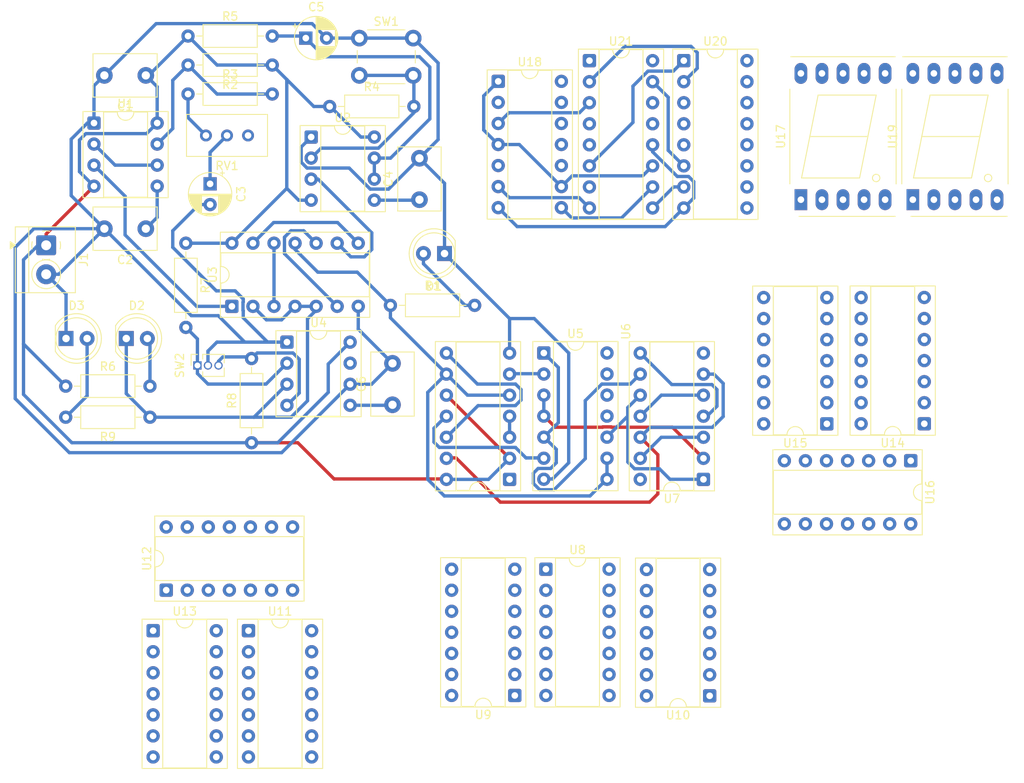
<source format=kicad_pcb>
(kicad_pcb (version 20241229) (generator "pcbnew") (generator_version "9.0")
  (layers (0 "F.Cu" signal) (2 "B.Cu" signal) (13 "F.Paste" user) (15 "B.Paste" user) (5 "F.SilkS" user "F.Silkscreen") (7 "B.SilkS" user "B.Silkscreen") (1 "F.Mask" user) (3 "B.Mask" user) (25 "Edge.Cuts" user))
  (net 0 "")
  (net 1 "GND")
  (net 2 "+5V")
  (net 3 "Net-(U1-CV)")
  (net 4 "Net-(C3-Pad1)")
  (net 5 "Net-(U2-CV)")
  (net 6 "Net-(U2-DIS)")
  (net 7 "Net-(U4-CV)")
  (net 8 "Net-(D1-A)")
  (net 9 "Net-(D2-K)")
  (net 10 "Net-(D2-A)")
  (net 11 "Net-(D3-A)")
  (net 12 "CLK")
  (net 13 "Net-(U1-DIS)")
  (net 14 "Net-(R3-Pad1)")
  (net 15 "Net-(U2-TR)")
  (net 16 "Net-(SW2-A)")
  (net 17 "Net-(SW2-C)")
  (net 19 "/Astable Timer/CLK")
  (net 20 "Net-(U1-THR)")
  (net 21 "/Monostable Timer/CLK")
  (net 22 "Net-(U3-Pad13)")
  (net 23 "Net-(U3-Pad12)")
  (net 24 "Net-(U3-Pad10)")
  (net 26 "/Master-Slave J-K Flip Flop/3 Input AND Gate/AOUT")
  (net 27 "/Master-Slave J-K Flip Flop/S-R Latch/EN")
  (net 29 "/Master-Slave J-K Flip Flop/S-R Latch/R")
  (net 30 "/Master-Slave J-K Flip Flop/3 Input AND Gate/BOUT")
  (net 32 "/Master-Slave J-K Flip Flop/S-R Latch/S")
  (net 34 "/Master-Slave J-K Flip Flop/~{Q}")
  (net 35 "Net-(U6-Pad12)")
  (net 36 "CLK{slash}2")
  (net 37 "Net-(U6-Pad3)")
  (net 38 "/Master-Slave J-K Flip Flop1/S-R Latch/S")
  (net 40 "/Master-Slave J-K Flip Flop1/S-R Latch/R")
  (net 41 "/Master-Slave J-K Flip Flop1/3 Input AND Gate/AOUT")
  (net 44 "/Master-Slave J-K Flip Flop1/S-R Latch/EN")
  (net 45 "/Master-Slave J-K Flip Flop1/3 Input AND Gate/BOUT")
  (net 46 "/Master-Slave J-K Flip Flop1/~{Q}")
  (net 47 "CLK{slash}4")
  (net 48 "Net-(U9-Pad3)")
  (net 49 "Net-(U9-Pad12)")
  (net 50 "/Master-Slave J-K Flip Flop2/3 Input AND Gate/BOUT")
  (net 51 "/Master-Slave J-K Flip Flop2/S-R Latch/R")
  (net 52 "/Master-Slave J-K Flip Flop2/S-R Latch/EN")
  (net 54 "/Master-Slave J-K Flip Flop2/S-R Latch/S")
  (net 55 "/Master-Slave J-K Flip Flop2/3 Input AND Gate/AOUT")
  (net 58 "Net-(U12-Pad12)")
  (net 59 "CLK{slash}8")
  (net 60 "Net-(U12-Pad3)")
  (net 61 "/Master-Slave J-K Flip Flop2/~{Q}")
  (net 63 "/Master-Slave J-K Flip Flop3/S-R Latch/S")
  (net 65 "/Master-Slave J-K Flip Flop3/3 Input AND Gate/AOUT")
  (net 66 "/Master-Slave J-K Flip Flop3/S-R Latch/EN")
  (net 67 "/Master-Slave J-K Flip Flop3/3 Input AND Gate/BOUT")
  (net 68 "/Master-Slave J-K Flip Flop3/S-R Latch/R")
  (net 70 "Net-(U15-Pad12)")
  (net 71 "~{CLK{slash}16}")
  (net 72 "/Master-Slave J-K Flip Flop3/Q")
  (net 73 "Net-(U15-Pad3)")
  (net 81 "Net-(U21-A1)")
  (net 83 "Net-(U21-A3)")
  (net 85 "Net-(U21-A2)")
  (net 87 "Net-(U19-B)")
  (net 88 "Net-(U19-A)")
  (net 89 "Net-(U19-E)")
  (net 90 "Net-(U19-C)")
  (net 91 "Net-(U19-D)")
  (net 93 "Net-(U19-G)")
  (net 94 "Net-(U19-F)")
  (net 95 "Net-(U20-B)")
  (net 96 "Net-(U20-D)")
  (net 98 "Net-(U20-A)")
  (net 99 "Net-(U20-C)")
  (net 108 "Net-(U7-Pad4)")
  (net 109 "Net-(U7-Pad13)")
  (net 110 "Net-(U10-Pad13)")
  (net 111 "Net-(U10-Pad4)")
  (net 112 "Net-(U13-Pad4)")
  (net 113 "Net-(U13-Pad13)")
  (net 114 "Net-(U16-Pad4)")
  (net 115 "Net-(U16-Pad13)")
  (footprint "Capacitor_THT:C_Disc_D7.5mm_W5.0mm_P5.00mm" (layer "F.Cu") (at 93.75 33.5 180)
    (property "Reference" "C1")
    (property "Value" "100 nF")
  )
  (footprint "Capacitor_THT:C_Disc_D7.5mm_W5.0mm_P5.00mm" (layer "F.Cu") (at 126.75 48.5 90)
    (property "Reference" "C4")
    (property "Value" "10 nF")
  )
  (footprint "Package_DIP:DIP-14_W7.62mm_Socket" (layer "F.Cu") (at 187.635 75.54 180)
    (property "Reference" "U14")
    (property "Value" "74HC02")
  )
  (footprint "LED_THT:LED_D5.0mm" (layer "F.Cu") (at 84.13 65.25)
    (property "Reference" "D3")
    (property "Value" "Blue")
  )
  (footprint "Resistor_THT:R_Axial_DIN0207_L6.3mm_D2.5mm_P10.16mm_Horizontal" (layer "F.Cu") (at 123.25 61.25)
    (property "Reference" "R1")
    (property "Value" "100 R")
  )
  (footprint "Package_DIP:DIP-14_W7.62mm_Socket" (layer "F.Cu") (at 175.885 75.55 180)
    (property "Reference" "U15")
    (property "Value" "74HC08")
  )
  (footprint "LED_THT:LED_D5.0mm" (layer "F.Cu") (at 91.395 65.25)
    (property "Reference" "D2")
    (property "Value" "Yellow")
  )
  (footprint "Package_DIP:DIP-14_W7.62mm_Socket" (layer "F.Cu") (at 137.62 82.25 180)
    (property "Reference" "U6")
    (property "Value" "74HC08")
  )
  (footprint "Package_DIP:DIP-14_W7.62mm_Socket" (layer "F.Cu") (at 94.63 100.51)
    (property "Reference" "U13")
    (property "Value" "74HC00")
  )
  (footprint "Resistor_THT:R_Axial_DIN0207_L6.3mm_D2.5mm_P10.16mm_Horizontal" (layer "F.Cu") (at 106.5 77.83 90)
    (property "Reference" "R8")
    (property "Value" "1 K")
  )
  (footprint "Package_DIP:DIP-16_W7.62mm_Socket" (layer "F.Cu") (at 158.63 31.72)
    (property "Reference" "U20")
    (property "Value" "74LS248")
  )
  (footprint "LED_THT:LED_D5.0mm" (layer "F.Cu") (at 129.775 55 180)
    (property "Reference" "D1")
    (property "Value" "Green")
  )
  (footprint "Package_DIP:DIP-8_W7.62mm_Socket" (layer "F.Cu") (at 110.77 65.69)
    (property "Reference" "U4")
    (property "Value" "NE555P")
  )
  (footprint "Capacitor_THT:C_Disc_D7.5mm_W5.0mm_P5.00mm" (layer "F.Cu") (at 123.5 73.25 90)
    (property "Reference" "C6")
    (property "Value" "10 nF")
  )
  (footprint "Potentiometer_THT:Potentiometer_Bourns_3296W_Vertical" (layer "F.Cu") (at 101 40.75 180)
    (property "Reference" "RV1")
    (property "Value" "100 K")
  )
  (footprint "Resistor_THT:R_Axial_DIN0207_L6.3mm_D2.5mm_P10.16mm_Horizontal" (layer "F.Cu") (at 98.84 28.75)
    (property "Reference" "R5")
    (property "Value" "1 M")
  )
  (footprint "Package_DIP:DIP-14_W7.62mm_Socket" (layer "F.Cu") (at 186 80 -90)
    (property "Reference" "U16")
    (property "Value" "74HC00")
  )
  (footprint "Resistor_THT:R_Axial_DIN0207_L6.3mm_D2.5mm_P10.16mm_Horizontal" (layer "F.Cu") (at 109 32.25 180)
    (property "Reference" "R2")
    (property "Value" "1 K")
  )
  (footprint "Package_DIP:DIP-8_W7.62mm_Socket" (layer "F.Cu") (at 113.69 40.94)
    (property "Reference" "U2")
    (property "Value" "NE555P")
  )
  (footprint "Package_DIP:DIP-14_W7.62mm_Socket" (layer "F.Cu") (at 161 82.25 180)
    (property "Reference" "U7")
    (property "Value" "74HC00")
  )
  (footprint "Display_7Segment:7SegmentLED_LTS6760_LTS6780" (layer "F.Cu") (at 172.75 48.5 90)
    (property "Reference" "U17")
    (property "Value" "SM410561K")
  )
  (footprint "Resistor_THT:R_Axial_DIN0207_L6.3mm_D2.5mm_P10.16mm_Horizontal" (layer "F.Cu") (at 98.58 53.75 -90)
    (property "Reference" "R7")
    (property "Value" "1 K")
  )
  (footprint "Package_DIP:DIP-14_W7.62mm_Socket" (layer "F.Cu") (at 142 93.09)
    (property "Reference" "U8")
    (property "Value" "74HC02")
  )
  (footprint "Package_DIP:DIP-14_W7.62mm_Socket" (layer "F.Cu") (at 161.75 108.37 180)
    (property "Reference" "U10")
    (property "Value" "74HC00")
  )
  (footprint "Capacitor_THT:CP_Radial_D5.0mm_P2.50mm" (layer "F.Cu") (at 101.5 46.589774 -90)
    (property "Reference" "C3")
    (property "Value" "1 uF")
  )
  (footprint "Package_DIP:DIP-16_W7.62mm_Socket" (layer "F.Cu") (at 147.25 31.72)
    (property "Reference" "U21")
    (property "Value" "74LS83")
  )
  (footprint "Resistor_THT:R_Axial_DIN0207_L6.3mm_D2.5mm_P10.16mm_Horizontal" (layer "F.Cu") (at 115.92 37.25)
    (property "Reference" "R4")
    (property "Value" "1 K")
  )
  (footprint "Button_Switch_THT:SW_PUSH_6mm" (layer "F.Cu") (at 119.5 29)
    (property "Reference" "SW1")
    (property "Value" "Clock")
  )
  (footprint "TerminalBlock_4Ucon:TerminalBlock_4Ucon_1x02_P3.50mm_Horizontal" (layer "F.Cu") (at 81.7325 54 -90)
    (property "Reference" "J1")
    (property "Value" "Power")
  )
  (footprint "Package_DIP:DIP-14_W7.62mm_Socket" (layer "F.Cu") (at 138.25 108.33 180)
    (property "Reference" "U9")
    (property "Value" "74HC08")
  )
  (footprint "Resistor_THT:R_Axial_DIN0207_L6.3mm_D2.5mm_P10.16mm_Horizontal" (layer "F.Cu") (at 98.84 35.75)
    (property "Reference" "R3")
    (property "Value" "1 K")
  )
  (footprint "Package_DIP:DIP-14_W7.62mm_Socket" (layer "F.Cu") (at 96.21 95.62 90)
    (property "Reference" "U12")
    (property "Value" "74HC08")
  )
  (footprint "Display_7Segment:7SegmentLED_LTS6760_LTS6780" (layer "F.Cu") (at 186.25 48.5 90)
    (property "Reference" "U19")
    (property "Value" "SM410561K")
  )
  (footprint "Package_DIP:DIP-14_W7.62mm_Socket" (layer "F.Cu") (at 141.75 67)
    (property "Reference" "U5")
    (property "Value" "74HC02")
  )
  (footprint "Resistor_THT:R_Axial_DIN0207_L6.3mm_D2.5mm_P10.16mm_Horizontal" (layer "F.Cu") (at 94.25 74.75 180)
    (property "Reference" "R9")
    (property "Value" "10 R")
  )
  (footprint "Capacitor_THT:CP_Radial_D5.0mm_P2.50mm" (layer "F.Cu") (at 113.044888 29)
    (property "Reference" "C5")
    (property "Value" "100 nF")
  )
  (footprint "Package_DIP:DIP-14_W7.62mm_Socket" (layer "F.Cu") (at 136.25 34.22)
    (property "Reference" "U18")
    (property "Value" "74HC86")
  )
  (footprint "Resistor_THT:R_Axial_DIN0207_L6.3mm_D2.5mm_P10.16mm_Horizontal" (layer "F.Cu") (at 84.09 71)
    (property "Reference" "R6")
    (property "Value" "220 R")
  )
  (footprint "Connector_PinSocket_1.27mm:PinSocket_1x03_P1.27mm_Vertical" (layer "F.Cu") (at 99.975 68.5 90)
    (property "Reference" "SW2")
    (property "Value" "SW_SPDT")
  )
  (footprint "Package_DIP:DIP-8_W7.62mm_Socket" (layer "F.Cu") (at 87.5 39.25)
    (property "Reference" "U1")
    (property "Value" "NE555P")
  )
  (footprint "Capacitor_THT:C_Disc_D7.5mm_W5.0mm_P5.00mm" (layer "F.Cu") (at 93.75 52 180)
    (property "Reference" "C2")
    (property "Value" "10 nF")
  )
  (footprint "Package_DIP:DIP-14_W7.62mm_Socket" (layer "F.Cu") (at 106.13 100.51)
    (property "Reference" "U11")
    (property "Value" "74HC02")
  )
  (footprint "Package_DIP:DIP-14_W7.62mm_Socket" (layer "F.Cu") (at 104.13 61.37 90)
    (property "Reference" "U3")
    (property "Value" "74HC00")
  )
  (segment (start 159.831 48.299) (end 159.831 46.324529) (width 0.4) (layer "B.Cu") (net 1))
  (segment (start 109.291529 65.69) (end 110.77 65.69) (width 0.4) (layer "B.Cu") (net 1))
  (segment (start 118.39 70.77) (end 110.129 79.031) (width 0.4) (layer "B.Cu") (net 1))
  (segment (start 108.44 65.69) (end 109.291529 65.69) (width 0.4) (layer "B.Cu") (net 1))
  (segment (start 86.7 39.25) (end 87.5 39.25) (width 0.4) (layer "B.Cu") (net 1))
  (segment (start 83.25 57.5) (end 88.75 52) (width 0.4) (layer "B.Cu") (net 1))
  (segment (start 84.531 79.031) (end 78 72.5) (width 0.4) (layer "B.Cu") (net 1))
  (segment (start 113.794888 27.25) (end 95 27.25) (width 0.4) (layer "B.Cu") (net 1))
  (segment (start 102.25 59.5) (end 104.51879 59.5) (width 0.4) (layer "B.Cu") (net 1))
  (segment (start 159.202553 45.696082) (end 157.844553 45.696082) (width 0.4) (layer "B.Cu") (net 1))
  (segment (start 102.492894 62.5) (end 99.25 62.5) (width 0.4) (layer "B.Cu") (net 1))
  (segment (start 129.775 55) (end 129.775 46.525) (width 0.4) (layer "B.Cu") (net 1))
  (segment (start 158.63 49.5) (end 156.38 51.75) (width 0.4) (layer "B.Cu") (net 1))
  (segment (start 84.75 41.2) (end 86.7 39.25) (width 0.4) (layer "B.Cu") (net 1))
  (segment (start 119.5 29) (end 115.544888 29) (width 0.4) (layer "B.Cu") (net 1))
  (segment (start 118.272529 44.681) (end 120.812529 47.221) (width 0.4) (layer "B.Cu") (net 1))
  (segment (start 129 41.25) (end 129 32) (width 0.4) (layer "B.Cu") (net 1))
  (segment (start 87.5 34.75) (end 88.75 33.5) (width 0.4) (layer "B.Cu") (net 1))
  (segment (start 119.37 64.12) (end 119.37 61.37) (width 0.4) (layer "B.Cu") (net 1))
  (segment (start 126.75 43.5) (end 129 41.25) (width 0.4) (layer "B.Cu") (net 1))
  (segment (start 144.75 67) (end 140.595 62.845) (width 0.4) (layer "B.Cu") (net 1))
  (segment (start 154.87 42.721529) (end 154.87 41.88) (width 0.4) (layer "B.Cu") (net 1))
  (segment (start 105.682894 65.69) (end 109.291529 65.69) (width 0.4) (layer "B.Cu") (net 1))
  (segment (start 84.13 59.8975) (end 81.7325 57.5) (width 0.4) (layer "B.Cu") (net 1))
  (segment (start 81.7325 57.5) (end 83.25 57.5) (width 0.4) (layer "B.Cu") (net 1))
  (segment (start 95 27.25) (end 88.75 33.5) (width 0.4) (layer "B.Cu") (net 1))
  (segment (start 123.5 68.25) (end 119.37 64.12) (width 0.4) (layer "B.Cu") (net 1))
  (segment (start 142.8 82.2) (end 144.75 80.25) (width 0.4) (layer "B.Cu") (net 1))
  (segment (start 129.775 46.525) (end 126.75 43.5) (width 0.4) (layer "B.Cu") (net 1))
  (segment (start 113.192529 44.681) (end 118.272529 44.681) (width 0.4) (layer "B.Cu") (net 1))
  (segment (start 101.245 68.5) (end 101.245 66.767894) (width 0.4) (layer "B.Cu") (net 1))
  (segment (start 102.322894 65.69) (end 105.682894 65.69) (width 0.4) (layer "B.Cu") (net 1))
  (segment (start 120.98 70.77) (end 118.39 70.77) (width 0.4) (layer "B.Cu") (net 1))
  (segment (start 105.469 61.867471) (end 105.5 61.898471) (width 0.4) (layer "B.Cu") (net 1))
  (segment (start 112.489 43.977471) (end 113.192529 44.681) (width 0.4) (layer "B.Cu") (net 1))
  (segment (start 112.489 42.141) (end 112.489 43.977471) (width 0.4) (layer "B.Cu") (net 1))
  (segment (start 126 29) (end 119.5 29) (width 0.4) (layer "B.Cu") (net 1))
  (segment (start 123.5 68.25) (end 120.98 70.77) (width 0.4) (layer "B.Cu") (net 1))
  (segment (start 138.54 51.75) (end 136.25 49.46) (width 0.4) (layer "B.Cu") (net 1))
  (segment (start 110.129 79.031) (end 84.531 79.031) (width 0.4) (layer "B.Cu") (net 1))
  (segment (start 157.844553 45.696082) (end 154.87 42.721529) (width 0.4) (layer "B.Cu") (net 1))
  (segment (start 105.682894 65.69) (end 102.492894 62.5) (width 0.4) (layer "B.Cu") (net 1))
  (segment (start 101.245 66.767894) (end 102.322894 65.69) (width 0.4) (layer "B.Cu") (net 1))
  (segment (start 144.75 80.25) (end 144.75 67) (width 0.4) (layer "B.Cu") (net 1))
  (segment (start 104.51879 59.5) (end 105.5 60.48121) (width 0.4) (layer "B.Cu") (net 1))
  (segment (start 137.62 62.845) (end 129.775 55) (width 0.4) (layer "B.Cu") (net 1))
  (segment (start 105.469 60.872529) (end 105.469 61.867471) (width 0.4) (layer "B.Cu") (net 1))
  (segment (start 88.75 52) (end 84.75 48) (width 0.4) (layer "B.Cu") (net 1))
  (segment (start 113.69 40.94) (end 112.489 42.141) (width 0.4) (layer "B.Cu") (net 1))
  (segment (start 87.5 39.25) (end 87.5 34.75) (width 0.4) (layer "B.Cu") (net 1))
  (segment (start 80.25 52) (end 88.75 52) (width 0.4) (layer "B.Cu") (net 1))
  (segment (start 105.5 60.48121) (end 105.5 60.841529) (width 0.4) (layer "B.Cu") (net 1))
  (segment (start 78 72.5) (end 78 54.25) (width 0.4) (layer "B.Cu") (net 1))
  (segment (start 97 52.25) (end 97 54.25) (width 0.4) (layer "B.Cu") (net 1))
  (segment (start 141.79 82.2) (end 142.8 82.2) (width 0.4) (layer "B.Cu") (net 1))
  (segment (start 140.595 62.845) (end 137.62 62.845) (width 0.4) (layer "B.Cu") (net 1))
  (segment (start 97 54.25) (end 102.25 59.5) (width 0.4) (layer "B.Cu") (net 1))
  (segment (start 99.25 62.5) (end 88.75 52) (width 0.4) (layer "B.Cu") (net 1))
  (segment (start 159.831 46.324529) (end 159.202553 45.696082) (width 0.4) (layer "B.Cu") (net 1))
  (segment (start 78 54.25) (end 80.25 52) (width 0.4) (layer "B.Cu") (net 1))
  (segment (start 129 32) (end 126 29) (width 0.4) (layer "B.Cu") (net 1))
  (segment (start 141.75 82.24) (end 141.79 82.2) (width 0.4) (layer "B.Cu") (net 1))
  (segment (start 84.13 65.25) (end 84.13 59.8975) (width 0.4) (layer "B.Cu") (net 1))
  (segment (start 158.63 49.5) (end 159.831 48.299) (width 0.4) (layer "B.Cu") (net 1))
  (segment (start 84.75 48) (end 84.75 41.2) (width 0.4) (layer "B.Cu") (net 1))
  (segment (start 100.160226 49.089774) (end 97 52.25) (width 0.4) (layer "B.Cu") (net 1))
  (segment (start 137.62 67.01) (end 137.62 62.845) (width 0.4) (layer "B.Cu") (net 1))
  (segment (start 120.812529 47.221) (end 123.029 47.221) (width 0.4) (layer "B.Cu") (net 1))
  (segment (start 105.5 62.75) (end 108.44 65.69) (width 0.4) (layer "B.Cu") (net 1))
  (segment (start 101.5 49.089774) (end 100.160226 49.089774) (width 0.4) (layer "B.Cu") (net 1))
  (segment (start 115.544888 29) (end 113.794888 27.25) (width 0.4) (layer "B.Cu") (net 1))
  (segment (start 105.5 60.841529) (end 105.469 60.872529) (width 0.4) (layer "B.Cu") (net 1))
  (segment (start 105.5 61.898471) (end 105.5 62.75) (width 0.4) (layer "B.Cu") (net 1))
  (segment (start 156.38 51.75) (end 138.54 51.75) (width 0.4) (layer "B.Cu") (net 1))
  (segment (start 123.029 47.221) (end 126.75 43.5) (width 0.4) (layer "B.Cu") (net 1))
  (segment (start 112.08 77.83) (end 106.5 77.83) (width 0.4) (layer "F.Cu") (net 2))
  (segment (start 129.95 82.2) (end 116.45 82.2) (width 0.4) (layer "F.Cu") (net 2))
  (segment (start 137.62 79.71) (end 130 72.09) (width 0.4) (layer "F.Cu") (net 2))
  (segment (start 116.45 82.2) (end 112.08 77.83) (width 0.4) (layer "F.Cu") (net 2))
  (segment (start 81.7325 54) (end 81.7325 52.6375) (width 0.4) (layer "F.Cu") (net 2))
  (segment (start 130 82.25) (end 129.95 82.2) (width 0.4) (layer "F.Cu") (net 2))
  (segment (start 81.7325 52.6375) (end 87.5 46.87) (width 0.4) (layer "F.Cu") (net 2))
  (segment (start 115.92 37.25) (end 116 37.25) (width 0.4) (layer "B.Cu") (net 2))
  (segment (start 112.18 48.56) (end 110.75 47.13) (width 0.4) (layer "B.Cu") (net 2))
  (segment (start 104.13 53.75) (end 110.75 47.13) (width 0.4) (layer "B.Cu") (net 2))
  (segment (start 114 37.25) (end 110.75 34) (width 0.4) (layer "B.Cu") (net 2))
  (segment (start 98.84 28.75) (end 94.09 33.5) (width 0.4) (layer "B.Cu") (net 2))
  (segment (start 95.12 34.87) (end 93.75 33.5) (width 0.4) (layer "B.Cu") (net 2))
  (segment (start 85.75 45.12) (end 85.75 41.295765) (width 0.4) (layer "B.Cu") (net 2))
  (segment (start 106.5 77.83) (end 109.67 77.83) (width 0.4) (layer "B.Cu") (net 2))
  (segment (start 109 32.25) (end 102.34 32.25) (width 0.4) (layer "B.Cu") (net 2))
  (segment (start 135.08 82.25) (end 137.62 79.71) (width 0.4) (layer "B.Cu") (net 2))
  (segment (start 102.34 32.25) (end 98.84 28.75) (width 0.4) (layer "B.Cu") (net 2))
  (segment (start 119.69 40.94) (end 121.31 40.94) (width 0.4) (layer "B.Cu") (net 2))
  (segment (start 110.75 34) (end 109 32.25) (width 0.4) (layer "B.Cu") (net 2))
  (segment (start 115.75 68.33) (end 118.39 65.69) (width 0.4) (layer "B.Cu") (net 2))
  (segment (start 79 55.75) (end 80.75 54) (width 0.4) (layer "B.Cu") (net 2))
  (segment (start 109.67 77.83) (end 115.75 71.75) (width 0.4) (layer "B.Cu") (net 2))
  (segment (start 87.5 46.87) (end 85.75 45.12) (width 0.4) (layer "B.Cu") (net 2))
  (segment (start 106.5 77.83) (end 84.83 77.83) (width 0.4) (layer "B.Cu") (net 2))
  (segment (start 130 82.25) (end 135.08 82.25) (width 0.4) (layer "B.Cu") (net 2))
  (segment (start 115.92 37.25) (end 114 37.25) (width 0.4) (layer "B.Cu") (net 2))
  (segment (start 94.09 33.5) (end 93.75 33.5) (width 0.4) (layer "B.Cu") (net 2))
  (segment (start 84.83 77.83) (end 79 72) (width 0.4) (layer "B.Cu") (net 2))
  (segment (start 115.75 71.75) (end 115.75 68.33) (width 0.4) (layer "B.Cu") (net 2))
  (segment (start 93.843 40.527) (end 95.12 39.25) (width 0.4) (layer "B.Cu") (net 2))
  (segment (start 98.58 53.75) (end 104.13 53.75) (width 0.4) (layer "B.Cu") (net 2))
  (segment (start 79 72) (end 79 65.91) (width 0.4) (layer "B.Cu") (net 2))
  (segment (start 85.75 41.295765) (end 86.518765 40.527) (width 0.4) (layer "B.Cu") (net 2))
  (segment (start 86.518765 40.527) (end 93.843 40.527) (width 0.4) (layer "B.Cu") (net 2))
  (segment (start 116 37.25) (end 119.69 40.94) (width 0.4) (layer "B.Cu") (net 2))
  (segment (start 95.12 39.25) (end 95.12 34.87) (width 0.4) (layer "B.Cu") (net 2))
  (segment (start 110.75 47.13) (end 110.75 34) (width 0.4) (layer "B.Cu") (net 2))
  (segment (start 79 65.91) (end 79 55.75) (width 0.4) (layer "B.Cu") (net 2))
  (segment (start 84.09 71) (end 79 65.91) (width 0.4) (layer "B.Cu") (net 2))
  (segment (start 113.69 48.56) (end 112.18 48.56) (width 0.4) (layer "B.Cu") (net 2))
  (segment (start 80.75 54) (end 81.7325 54) (width 0.4) (layer "B.Cu") (net 2))
  (segment (start 95.12 50.63) (end 95.12 46.87) (width 0.4) (layer "B.Cu") (net 3))
  (segment (start 93.75 52) (end 95.12 50.63) (width 0.4) (layer "B.Cu") (net 3))
  (segment (start 101.5 46.589774) (end 101.5 42.79) (width 0.4) (layer "B.Cu") (net 4))
  (segment (start 101.5 42.79) (end 103.54 40.75) (width 0.4) (layer "B.Cu") (net 4))
  (segment (start 121.31 48.56) (end 126.69 48.56) (width 0.4) (layer "B.Cu") (net 5))
  (segment (start 126.69 48.56) (end 126.75 48.5) (width 0.4) (layer "B.Cu") (net 5))
  (segment (start 115.294888 31.25) (end 113.044888 29) (width 0.4) (layer "B.Cu") (net 6))
  (segment (start 123.27 43.48) (end 128 38.75) (width 0.4) (layer "B.Cu") (net 6))
  (segment (start 128 38.75) (end 128 32.5) (width 0.4) (layer "B.Cu") (net 6))
  (segment (start 109 28.75) (end 112.794888 28.75) (width 0.4) (layer "B.Cu") (net 6))
  (segment (start 121.31 43.48) (end 121.31 46.02) (width 0.4) (layer "B.Cu") (net 6))
  (segment (start 112.794888 28.75) (end 113.044888 29) (width 0.4) (layer "B.Cu") (net 6))
  (segment (start 128 32.5) (end 126.75 31.25) (width 0.4) (layer "B.Cu") (net 6))
  (segment (start 121.31 43.48) (end 123.27 43.48) (width 0.4) (layer "B.Cu") (net 6))
  (segment (start 126.75 31.25) (end 115.294888 31.25) (width 0.4) (layer "B.Cu") (net 6))
  (segment (start 118.39 73.31) (end 123.44 73.31) (width 0.4) (layer "B.Cu") (net 7))
  (segment (start 123.44 73.31) (end 123.5 73.25) (width 0.4) (layer "B.Cu") (net 7))
  (segment (start 132.25 61.25) (end 133.41 61.25) (width 0.4) (layer "B.Cu") (net 8))
  (segment (start 127.235 55) (end 127.235 56.235) (width 0.4) (layer "B.Cu") (net 8))
  (segment (start 127.235 56.235) (end 132.25 61.25) (width 0.4) (layer "B.Cu") (net 8))
  (segment (start 111.75 61.37) (end 110.12 63) (width 0.4) (layer "B.Cu") (net 9))
  (segment (start 91.395 71.895) (end 91.395 65.25) (width 0.4) (layer "B.Cu") (net 9))
  (segment (start 110.77 70.77) (end 109.569 71.971) (width 0.4) (layer "B.Cu") (net 9))
  (segment (start 111.264236 74.75) (end 113.25 72.764236) (width 0.4) (layer "B.Cu") (net 9))
  (segment (start 113.25 62.87) (end 114.29 61.83) (width 0.4) (layer "B.Cu") (net 9))
  (segment (start 106.79 74.75) (end 111.264236 74.75) (width 0.4) (layer "B.Cu") (net 9))
  (segment (start 94.25 74.75) (end 106.79 74.75) (width 0.4) (layer "B.Cu") (net 9))
  (segment (start 110.12 63) (end 108.3 63) (width 0.4) (layer "B.Cu") (net 9))
  (segment (start 114.29 61.83) (end 114.29 61.37) (width 0.4) (layer "B.Cu") (net 9))
  (segment (start 108.3 63) (end 106.67 61.37) (width 0.4) (layer "B.Cu") (net 9))
  (segment (start 111.75 61.37) (end 114.29 61.37) (width 0.4) (layer "B.Cu") (net 9))
  (segment (start 113.25 72.764236) (end 113.25 62.87) (width 0.4) (layer "B.Cu") (net 9))
  (segment (start 94.25 74.75) (end 91.395 71.895) (width 0.4) (layer "B.Cu") (net 9))
  (segment (start 106.79 74.75) (end 109.569 71.971) (width 0.4) (layer "B.Cu") (net 9))
  (segment (start 94.25 71) (end 94.25 65.565) (width 0.4) (layer "B.Cu") (net 10))
  (segment (start 94.25 65.565) (end 93.935 65.25) (width 0.4) (layer "B.Cu") (net 10))
  (segment (start 86.67 72.17) (end 84.09 74.75) (width 0.4) (layer "B.Cu") (net 11))
  (segment (start 86.67 65.25) (end 86.67 72.17) (width 0.4) (layer "B.Cu") (net 11))
  (segment (start 132.54 72.09) (end 130 69.55) (width 0.4) (layer "B.Cu") (net 12))
  (segment (start 127.75 82.25) (end 129.75 84.25) (width 0.4) (layer "B.Cu") (net 12))
  (segment (start 129.75 84.25) (end 147.32 84.25) (width 0.4) (layer "B.Cu") (net 12))
  (segment (start 111.75 54.5) (end 114.5 57.25) (width 0.4) (layer "B.Cu") (net 12))
  (segment (start 123.25 62.75) (end 123.25 61.25) (width 0.4) (layer "B.Cu") (net 12))
  (segment (start 130 69.5) (end 123.25 62.75) (width 0.4) (layer "B.Cu") (net 12))
  (segment (start 137.62 72.09) (end 132.54 72.09) (width 0.4) (layer "B.Cu") (net 12))
  (segment (start 127.75 71.75) (end 127.75 82.25) (width 0.4) (layer "B.Cu") (net 12))
  (segment (start 147.32 84.25) (end 149.33 82.24) (width 0.4) (layer "B.Cu") (net 12))
  (segment (start 130 69.55) (end 129.95 69.55) (width 0.4) (layer "B.Cu") (net 12))
  (segment (start 114.5 57.25) (end 119.25 57.25) (width 0.4) (layer "B.Cu") (net 12))
  (segment (start 119.25 57.25) (end 123.25 61.25) (width 0.4) (layer "B.Cu") (net 12))
  (segment (start 129.95 69.55) (end 127.75 71.75) (width 0.4) (layer "B.Cu") (net 12))
  (segment (start 130 69.55) (end 130 69.5) (width 0.4) (layer "B.Cu") (net 12))
  (segment (start 149.33 82.24) (end 149.37 82.24) (width 0.4) (layer "B.Cu") (net 12))
  (segment (start 149.37 79.7) (end 149.37 82.24) (width 0.4) (layer "B.Cu") (net 12))
  (segment (start 111.75 53.75) (end 111.75 54.5) (width 0.4) (layer "B.Cu") (net 12))
  (segment (start 98.84 32.25) (end 102.34 35.75) (width 0.4) (layer "B.Cu") (net 13))
  (segment (start 98.84 32.25) (end 97 34.09) (width 0.4) (layer "B.Cu") (net 13))
  (segment (start 102.34 35.75) (end 109 35.75) (width 0.4) (layer "B.Cu") (net 13))
  (segment (start 97 39.91) (end 95.12 41.79) (width 0.4) (layer "B.Cu") (net 13))
  (segment (start 97 34.09) (end 97 39.91) (width 0.4) (layer "B.Cu") (net 13))
  (segment (start 98.84 35.75) (end 98.84 38.59) (width 0.4) (layer "B.Cu") (net 14))
  (segment (start 98.84 38.59) (end 101 40.75) (width 0.4) (layer "B.Cu") (net 14))
  (segment (start 126 33.5) (end 119.5 33.5) (width 0.4) (layer "B.Cu") (net 15))
  (segment (start 121.807471 42.279) (end 114.891 42.279) (width 0.4) (layer "B.Cu") (net 15))
  (segment (start 114.891 42.279) (end 113.69 43.48) (width 0.4) (layer "B.Cu") (net 15))
  (segment (start 126.08 37.25) (end 126.08 33.58) (width 0.4) (layer "B.Cu") (net 15))
  (segment (start 126.08 37.25) (end 126.08 38.006471) (width 0.4) (layer "B.Cu") (net 15))
  (segment (start 126.08 33.58) (end 126 33.5) (width 0.4) (layer "B.Cu") (net 15))
  (segment (start 126.08 38.006471) (end 121.807471 42.279) (width 0.4) (layer "B.Cu") (net 15))
  (segment (start 110.77 68.23) (end 108.25 70.75) (width 0.4) (layer "B.Cu") (net 16))
  (segment (start 101.25 70.75) (end 99.975 69.475) (width 0.4) (layer "B.Cu") (net 16))
  (segment (start 99.975 65.305) (end 98.58 63.91) (width 0.4) (layer "B.Cu") (net 16))
  (segment (start 99.975 69.475) (end 99.975 68.5) (width 0.4) (layer "B.Cu") (net 16))
  (segment (start 99.975 68.5) (end 99.975 65.305) (width 0.4) (layer "B.Cu") (net 16))
  (segment (start 108.25 70.75) (end 101.25 70.75) (width 0.4) (layer "B.Cu") (net 16))
  (segment (start 102.515 68.5) (end 102.515 68) (width 0.4) (layer "B.Cu") (net 17))
  (segment (start 111.5 67) (end 112.25 67.75) (width 0.4) (layer "B.Cu") (net 17))
  (segment (start 102.515 68) (end 103.04 67.475) (width 0.4) (layer "B.Cu") (net 17))
  (segment (start 106.305 67.475) (end 106.5 67.67) (width 0.4) (layer "B.Cu") (net 17))
  (segment (start 103.04 67.475) (end 106.305 67.475) (width 0.4) (layer "B.Cu") (net 17))
  (segment (start 112.25 67.75) (end 112.25 71.83) (width 0.4) (layer "B.Cu") (net 17))
  (segment (start 107.17 67) (end 111.5 67) (width 0.4) (layer "B.Cu") (net 17))
  (segment (start 106.5 67.67) (end 107.17 67) (width 0.4) (layer "B.Cu") (net 17))
  (segment (start 112.25 71.83) (end 110.77 73.31) (width 0.4) (layer "B.Cu") (net 17))
  (segment (start 91.25 52.75) (end 91.25 48.08) (width 0.4) (layer "B.Cu") (net 19))
  (segment (start 99.87 61.37) (end 91.25 52.75) (width 0.4) (layer "B.Cu") (net 19))
  (segment (start 104.13 61.37) (end 99.87 61.37) (width 0.4) (layer "B.Cu") (net 19))
  (segment (start 91.25 48.08) (end 87.5 44.33) (width 0.4) (layer "B.Cu") (net 19))
  (segment (start 90.04 44.33) (end 95.12 44.33) (width 0.4) (layer "B.Cu") (net 20))
  (segment (start 87.5 41.79) (end 90.04 44.33) (width 0.4) (layer "B.Cu") (net 20))
  (segment (start 121 52.5) (end 114.52 46.02) (width 0.4) (layer "B.Cu") (net 21))
  (segment (start 114.52 46.02) (end 113.69 46.02) (width 0.4) (layer "B.Cu") (net 21))
  (segment (start 121 54.5) (end 121 52.5) (width 0.4) (layer "B.Cu") (net 21))
  (segment (start 118.479 55.399) (end 120.101 55.399) (width 0.4) (layer "B.Cu") (net 21))
  (segment (start 116.83 53.75) (end 118.479 55.399) (width 0.4) (layer "B.Cu") (net 21))
  (segment (start 120.101 55.399) (end 121 54.5) (width 0.4) (layer "B.Cu") (net 21))
  (segment (start 109.17 51.25) (end 106.67 53.75) (width 0.4) (layer "B.Cu") (net 22))
  (segment (start 119.37 53.75) (end 116.87 51.25) (width 0.4) (layer "B.Cu") (net 22))
  (segment (start 116.87 51.25) (end 109.17 51.25) (width 0.4) (layer "B.Cu") (net 22))
  (segment (start 109.21 53.75) (end 109.21 61.37) (width 0.4) (layer "B.Cu") (net 23))
  (segment (start 111.25 52.25) (end 110.472849 53.027151) (width 0.4) (layer "B.Cu") (net 24))
  (segment (start 114.29 53.75) (end 112.79 52.25) (width 0.4) (layer "B.Cu") (net 24))
  (segment (start 112.79 52.25) (end 111.25 52.25) (width 0.4) (layer "B.Cu") (net 24))
  (segment (start 110.472849 55.012849) (end 116.83 61.37) (width 0.4) (layer "B.Cu") (net 24))
  (segment (start 110.472849 53.027151) (end 110.472849 55.012849) (width 0.4) (layer "B.Cu") (net 24))
  (segment (start 137.62 69.55) (end 137.67 69.5) (width 0.4) (layer "B.Cu") (net 26))
  (segment (start 141.71 69.5) (end 141.75 69.54) (width 0.4) (layer "B.Cu") (net 26))
  (segment (start 137.67 69.5) (end 141.71 69.5) (width 0.4) (layer "B.Cu") (net 26))
  (segment (start 149.37 77.16) (end 149.37 77.12) (width 0.4) (layer "B.Cu") (net 27))
  (segment (start 153.37 72.09) (end 153.38 72.09) (width 0.4) (layer "B.Cu") (net 27))
  (segment (start 151.88 73.58) (end 153.37 72.09) (width 0.4) (layer "B.Cu") (net 27))
  (segment (start 151.88 74.61) (end 151.88 73.58) (width 0.4) (layer "B.Cu") (net 27))
  (segment (start 151.88 80.16) (end 151.88 73.58) (width 0.4) (layer "B.Cu") (net 27))
  (segment (start 156.96 82.24) (end 155.69083 80.97083) (width 0.4) (layer "B.Cu") (net 27))
  (segment (start 152.69083 80.97083) (end 151.88 80.16) (width 0.4) (layer "B.Cu") (net 27))
  (segment (start 160.99 82.24) (end 156.96 82.24) (width 0.4) (layer "B.Cu") (net 27))
  (segment (start 149.37 77.12) (end 151.88 74.61) (width 0.4) (layer "B.Cu") (net 27))
  (segment (start 161 82.25) (end 160.99 82.24) (width 0.4) (layer "B.Cu") (net 27))
  (segment (start 155.69083 80.97083) (end 152.69083 80.97083) (width 0.4) (layer "B.Cu") (net 27))
  (segment (start 149.867471 75.919) (end 148.872529 75.919) (width 0.4) (layer "F.Cu") (net 29))
  (segment (start 161 79.7) (end 157.259 75.959) (width 0.4) (layer "F.Cu") (net 29))
  (segment (start 141.79 74.62) (end 141.75 74.62) (width 0.4) (layer "F.Cu") (net 29))
  (segment (start 157.259 75.959) (end 149.907471 75.959) (width 0.4) (layer "F.Cu") (net 29))
  (segment (start 148.872529 75.919) (end 148.832529 75.959) (width 0.4) (layer "F.Cu") (net 29))
  (segment (start 143.129 75.959) (end 141.79 74.62) (width 0.4) (layer "F.Cu") (net 29))
  (segment (start 161 79.71) (end 161 79.7) (width 0.4) (layer "F.Cu") (net 29))
  (segment (start 149.907471 75.959) (end 149.867471 75.919) (width 0.4) (layer "F.Cu") (net 29))
  (segment (start 148.832529 75.959) (end 143.129 75.959) (width 0.4) (layer "F.Cu") (net 29))
  (segment (start 141.75 71.98) (end 141.75 74.52) (width 0.4) (layer "B.Cu") (net 29))
  (segment (start 139.594471 79.66) (end 138.324827 78.390356) (width 0.4) (layer "B.Cu") (net 30))
  (segment (start 138.324827 78.390356) (end 129.140356 78.390356) (width 0.4) (layer "B.Cu") (net 30))
  (segment (start 128.5 77.75) (end 128.5 76.08) (width 0.4) (layer "B.Cu") (net 30))
  (segment (start 129.140356 78.390356) (end 128.5 77.75) (width 0.4) (layer "B.Cu") (net 30))
  (segment (start 141.75 79.7) (end 141.71 79.66) (width 0.4) (layer "B.Cu") (net 30))
  (segment (start 128.5 76.08) (end 129.95 74.63) (width 0.4) (layer "B.Cu") (net 30))
  (segment (start 141.71 79.66) (end 139.594471 79.66) (width 0.4) (layer "B.Cu") (net 30))
  (segment (start 129.95 74.63) (end 130 74.63) (width 0.4) (layer "B.Cu") (net 30))
  (segment (start 143.25 80.25) (end 142.566022 80.933978) (width 0.4) (layer "B.Cu") (net 32))
  (segment (start 141.75 77.16) (end 141.79 77.16) (width 0.4) (layer "B.Cu") (net 32))
  (segment (start 141.25 83.5) (end 143 83.5) (width 0.4) (layer "B.Cu") (net 32))
  (segment (start 146.75 79.75) (end 146.75 72.75) (width 0.4) (layer "B.Cu") (net 32))
  (segment (start 141.79 77.16) (end 143.25 78.62) (width 0.4) (layer "B.Cu") (net 32))
  (segment (start 140.5 81.5) (end 140.5 82.75) (width 0.4) (layer "B.Cu") (net 32))
  (segment (start 153.37 69.55) (end 153.38 69.55) (width 0.4) (layer "B.Cu") (net 32))
  (segment (start 141.066022 80.933978) (end 140.5 81.5) (width 0.4) (layer "B.Cu") (net 32))
  (segment (start 143.5 75.41) (end 143.5 68.75) (width 0.4) (layer "B.Cu") (net 32))
  (segment (start 146.75 72.75) (end 148.75 70.75) (width 0.4) (layer "B.Cu") (net 32))
  (segment (start 142.566022 80.933978) (end 141.066022 80.933978) (width 0.4) (layer "B.Cu") (net 32))
  (segment (start 148.75 70.75) (end 152.17 70.75) (width 0.4) (layer "B.Cu") (net 32))
  (segment (start 143.5 68.75) (end 141.75 67) (width 0.4) (layer "B.Cu") (net 32))
  (segment (start 152.17 70.75) (end 153.37 69.55) (width 0.4) (layer "B.Cu") (net 32))
  (segment (start 141.75 77.16) (end 143.5 75.41) (width 0.4) (layer "B.Cu") (net 32))
  (segment (start 143.25 78.62) (end 143.25 80.25) (width 0.4) (layer "B.Cu") (net 32))
  (segment (start 140.5 82.75) (end 141.25 83.5) (width 0.4) (layer "B.Cu") (net 32))
  (segment (start 143 83.5) (end 146.75 79.75) (width 0.4) (layer "B.Cu") (net 32))
  (segment (start 161 72.09) (end 155.92 72.09) (width 0.4) (layer "B.Cu") (net 34))
  (segment (start 155.92 72.09) (end 153.38 74.63) (width 0.4) (layer "B.Cu") (net 34))
  (segment (start 138.340235 70.751) (end 139 71.410765) (width 0.4) (layer "B.Cu") (net 35))
  (segment (start 139 72.673236) (end 138.31808 73.355156) (width 0.4) (layer "B.Cu") (net 35))
  (segment (start 130 67.01) (end 133.741 70.751) (width 0.4) (layer "B.Cu") (net 35))
  (segment (start 133.741 70.751) (end 138.340235 70.751) (width 0.4) (layer "B.Cu") (net 35))
  (segment (start 139 71.410765) (end 139 72.673236) (width 0.4) (layer "B.Cu") (net 35))
  (segment (start 138.31808 73.355156) (end 133.814844 73.355156) (width 0.4) (layer "B.Cu") (net 35))
  (segment (start 133.814844 73.355156) (end 130 77.17) (width 0.4) (layer "B.Cu") (net 35))
  (segment (start 155.5 84) (end 155.5 79.28) (width 0.4) (layer "F.Cu") (net 36))
  (segment (start 136.5 85) (end 154.5 85) (width 0.4) (layer "F.Cu") (net 36))
  (segment (start 130 79.71) (end 130.05 79.66) (width 0.4) (layer "F.Cu") (net 36))
  (segment (start 131.16 79.66) (end 136.5 85) (width 0.4) (layer "F.Cu") (net 36))
  (segment (start 153.39 77.17) (end 153.38 77.17) (width 0.4) (layer "F.Cu") (net 36))
  (segment (start 155.5 79.28) (end 153.39 77.17) (width 0.4) (layer "F.Cu") (net 36))
  (segment (start 130.05 79.66) (end 131.16 79.66) (width 0.4) (layer "F.Cu") (net 36))
  (segment (start 154.5 85) (end 155.5 84) (width 0.4) (layer "F.Cu") (net 36))
  (segment (start 162.081 75.969) (end 154.581 75.969) (width 0.4) (layer "B.Cu") (net 36))
  (segment (start 163.38 74.67) (end 162.081 75.969) (width 0.4) (layer "B.Cu") (net 36))
  (segment (start 154.581 75.969) (end 153.38 77.17) (width 0.4) (layer "B.Cu") (net 36))
  (segment (start 163.38 70.67) (end 163.38 74.67) (width 0.4) (layer "B.Cu") (net 36))
  (segment (start 162.26 69.55) (end 163.38 70.67) (width 0.4) (layer "B.Cu") (net 36))
  (segment (start 161 69.55) (end 162.26 69.55) (width 0.4) (layer "B.Cu") (net 36))
  (segment (start 137.62 74.63) (end 137.62 77.17) (width 0.4) (layer "B.Cu") (net 37))
  (segment (start 138.79 41.84) (end 143.87 46.92) (width 0.4) (layer "B.Cu") (net 71))
  (segment (start 154.87 44.42) (end 153.669 45.621) (width 0.4) (layer "B.Cu") (net 71))
  (segment (start 136.25 41.84) (end 138.79 41.84) (width 0.4) (layer "B.Cu") (net 71))
  (segment (start 134.5 35.97) (end 134.5 40.09) (width 0.4) (layer "B.Cu") (net 71))
  (segment (start 145.169 45.621) (end 143.87 46.92) (width 0.4) (layer "B.Cu") (net 71))
  (segment (start 153.669 45.621) (end 145.169 45.621) (width 0.4) (layer "B.Cu") (net 71))
  (segment (start 136.25 34.22) (end 134.5 35.97) (width 0.4) (layer "B.Cu") (net 71))
  (segment (start 134.5 40.09) (end 136.25 41.84) (width 0.4) (layer "B.Cu") (net 71))
  (segment (start 145.111 50.701) (end 151.129 50.701) (width 0.4) (layer "B.Cu") (net 81))
  (segment (start 143.87 49.46) (end 145.111 50.701) (width 0.4) (layer "B.Cu") (net 81))
  (segment (start 151.129 50.701) (end 154.87 46.96) (width 0.4) (layer "B.Cu") (net 81))
  (segment (start 137.54 38.01) (end 146.04 38.01) (width 0.4) (layer "B.Cu") (net 83))
  (segment (start 146.04 38.01) (end 147.25 36.8) (width 0.4) (layer "B.Cu") (net 83))
  (segment (start 136.25 39.3) (end 137.54 38.01) (width 0.4) (layer "B.Cu") (net 83))
  (segment (start 146.009 48.259) (end 147.25 49.5) (width 0.4) (layer "B.Cu") (net 85))
  (segment (start 136.25 46.92) (end 137.589 48.259) (width 0.4) (layer "B.Cu") (net 85))
  (segment (start 137.589 48.259) (end 146.009 48.259) (width 0.4) (layer "B.Cu") (net 85))
  (segment (start 152.5 34.793529) (end 154.31144 32.982089) (width 0.4) (layer "B.Cu") (net 95))
  (segment (start 157.367911 32.982089) (end 158.63 31.72) (width 0.4) (layer "B.Cu") (net 95))
  (segment (start 147.25 44.42) (end 152.5 39.17) (width 0.4) (layer "B.Cu") (net 95))
  (segment (start 154.31144 32.982089) (end 157.367911 32.982089) (width 0.4) (layer "B.Cu") (net 95))
  (segment (start 152.5 39.17) (end 152.5 34.793529) (width 0.4) (layer "B.Cu") (net 95))
  (segment (start 156.75 42.54) (end 158.63 44.42) (width 0.4) (layer "B.Cu") (net 96))
  (segment (start 156.75 36.14) (end 156.75 42.54) (width 0.4) (layer "B.Cu") (net 96))
  (segment (start 154.87 34.26) (end 156.75 36.14) (width 0.4) (layer "B.Cu") (net 96))
  (segment (start 157.41 46.96) (end 154.87 49.5) (width 0.4) (layer "B.Cu") (net 98))
  (segment (start 158.63 46.96) (end 157.41 46.96) (width 0.4) (layer "B.Cu") (net 98))
  (segment (start 160.25 32.64) (end 158.63 34.26) (width 0.4) (layer "B.Cu") (net 99))
  (segment (start 147.25 34.26) (end 151.51 30) (width 0.4) (layer "B.Cu") (net 99))
  (segment (start 151.51 30) (end 159.5 30) (width 0.4) (layer "B.Cu") (net 99))
  (segment (start 159.5 30) (end 160.25 30.75) (width 0.4) (layer "B.Cu") (net 99))
  (segment (start 160.25 30.75) (end 160.25 32.64) (width 0.4) (layer "B.Cu") (net 99))
  (segment (start 161 74.63) (end 161.42 74.63) (width 0.4) (layer "B.Cu") (net 108))
  (segment (start 162.63 73.42) (end 162.63 71.42) (width 0.4) (layer "B.Cu") (net 108))
  (segment (start 157.182521 70.812521) (end 153.38 67.01) (width 0.4) (layer "B.Cu") (net 108))
  (segment (start 162.022521 70.812521) (end 157.182521 70.812521) (width 0.4) (layer "B.Cu") (net 108))
  (segment (start 161.42 74.63) (end 162.63 73.42) (width 0.4) (layer "B.Cu") (net 108))
  (segment (start 162.63 71.42) (end 162.022521 70.812521) (width 0.4) (layer "B.Cu") (net 108))
  (segment (start 161 77.17) (end 155.92 77.17) (width 0.4) (layer "B.Cu") (net 109))
  (segment (start 155.92 77.17) (end 153.38 79.71) (width 0.4) (layer "B.Cu") (net 109))
)
</source>
